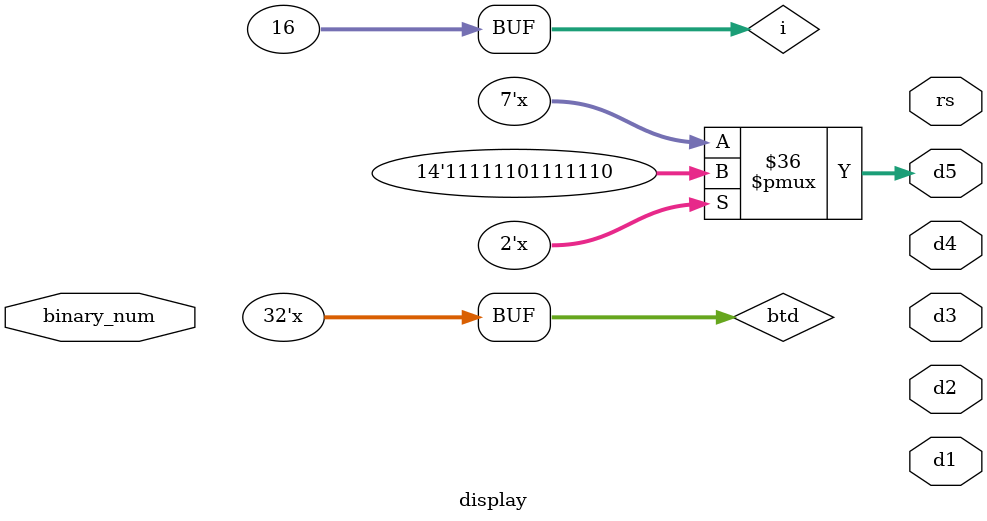
<source format=v>
`timescale 1ns / 1ps


module display(
    input [15:0] binary_num,
    output rs,
    output reg [6:0] d1,d2,d3,d4,d5
    );
    
    integer btd;
    
    initial begin
        btd = 5'd0;
    end
    
    integer i;
    always @(*) begin
        for (i = 0 ; i < 16 ; i = i+1) begin
            btd = btd + (2**i)*binary_num[i];
        end
        case (btd[4])
            1'd0: d5 = 7'b1111110;
            1'd1: d5 = 7'b1111110;
            1'd2: d5 = 7'b1111110;
            1'd3: d5 = 7'b1111110;
            1'd4: d5 = 7'b1111110;
            1'd0: d5 = 7'b1111110;
            1'd0: d5 = 7'b1111110;
            1'd0: d5 = 7'b1111110;
            1'd0: d5 = 7'b1111110;
            1'd0: d5 = 7'b1111110;
        endcase
    end
    
    
endmodule

</source>
